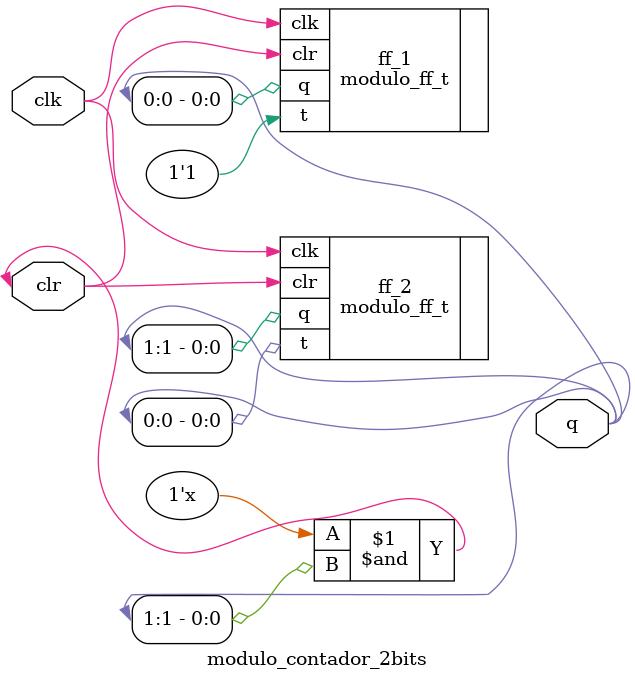
<source format=v>
module modulo_contador_2bits(clr, clk, q);

	input clk,clr;
	output [1:0] q;
	
	modulo_ff_t ff_1(.t(1'b1),.clk(clk),.clr(clr),.q(q[0]),);
	
	modulo_ff_t ff_2(.t(q[0]),.clk(clk),.clr(clr),.q(q[1]),);
	
	and(clr, q[2],q[1]);
	

endmodule 
</source>
